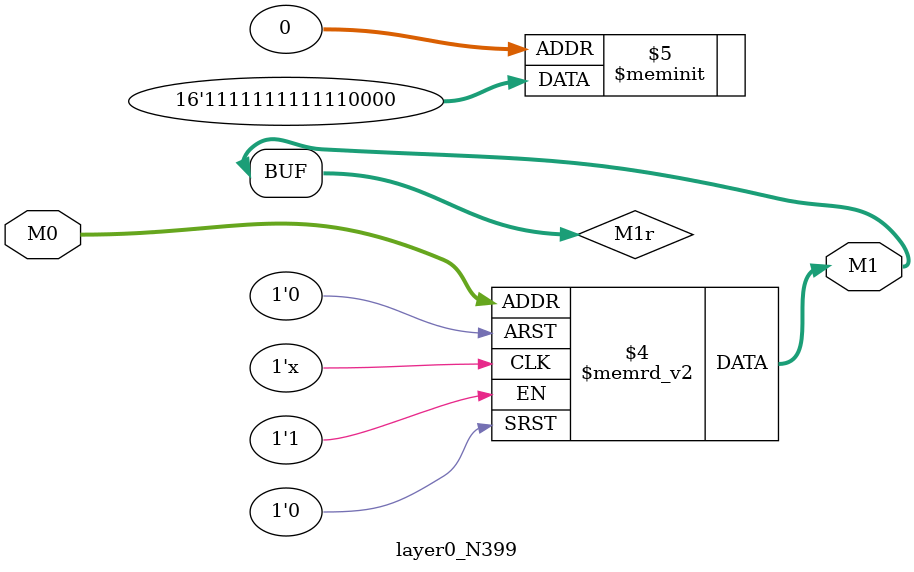
<source format=v>
module layer0_N399 ( input [2:0] M0, output [1:0] M1 );

	(*rom_style = "distributed" *) reg [1:0] M1r;
	assign M1 = M1r;
	always @ (M0) begin
		case (M0)
			3'b000: M1r = 2'b00;
			3'b100: M1r = 2'b11;
			3'b010: M1r = 2'b11;
			3'b110: M1r = 2'b11;
			3'b001: M1r = 2'b00;
			3'b101: M1r = 2'b11;
			3'b011: M1r = 2'b11;
			3'b111: M1r = 2'b11;

		endcase
	end
endmodule

</source>
